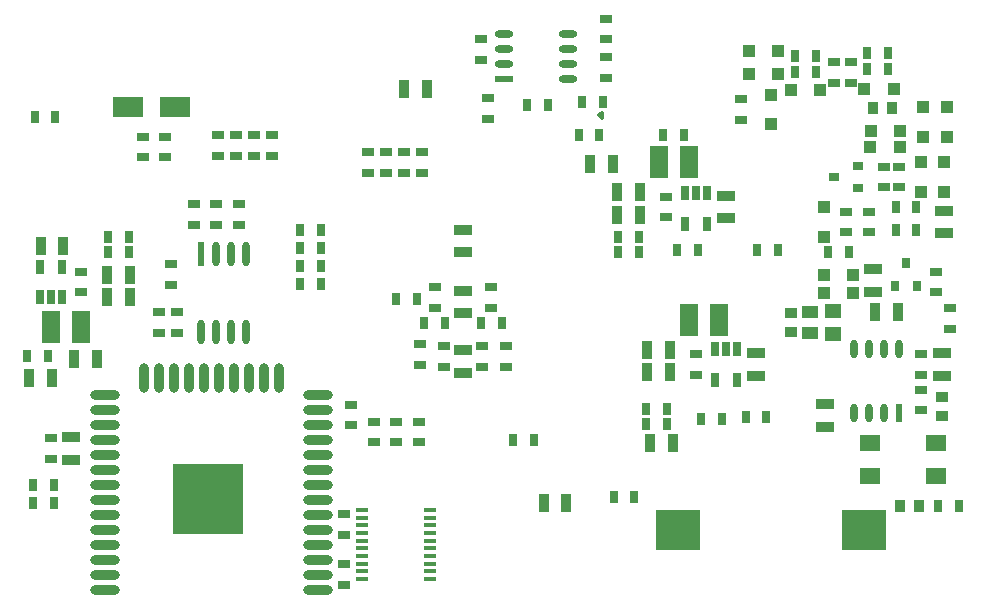
<source format=gbp>
G04 #@! TF.GenerationSoftware,KiCad,Pcbnew,5.0.0-rc2+dfsg1-3*
G04 #@! TF.CreationDate,2018-07-06T14:38:03+02:00*
G04 #@! TF.ProjectId,ulx3s,756C7833732E6B696361645F70636200,rev?*
G04 #@! TF.SameCoordinates,Original*
G04 #@! TF.FileFunction,Paste,Bot*
G04 #@! TF.FilePolarity,Positive*
%FSLAX46Y46*%
G04 Gerber Fmt 4.6, Leading zero omitted, Abs format (unit mm)*
G04 Created by KiCad (PCBNEW 5.0.0-rc2+dfsg1-3) date Fri Jul  6 14:38:03 2018*
%MOMM*%
%LPD*%
G01*
G04 APERTURE LIST*
%ADD10C,0.350000*%
%ADD11R,3.700000X3.500000*%
%ADD12R,1.550000X0.600000*%
%ADD13O,1.550000X0.600000*%
%ADD14R,0.600000X2.100000*%
%ADD15O,0.600000X2.100000*%
%ADD16R,0.600000X1.550000*%
%ADD17O,0.600000X1.550000*%
%ADD18R,1.000000X0.400000*%
%ADD19R,0.700000X1.200000*%
%ADD20O,2.500000X0.900000*%
%ADD21O,0.900000X2.500000*%
%ADD22R,6.000000X6.000000*%
%ADD23R,1.800000X1.400000*%
%ADD24R,0.970000X1.500000*%
%ADD25R,0.670000X1.000000*%
%ADD26R,1.500000X0.970000*%
%ADD27R,1.000000X0.670000*%
%ADD28R,1.000000X1.000000*%
%ADD29R,1.500000X2.700000*%
%ADD30R,2.500000X1.800000*%
%ADD31R,0.800000X0.900000*%
%ADD32R,0.900000X0.800000*%
%ADD33R,0.820000X1.000000*%
%ADD34R,1.000000X0.820000*%
%ADD35R,1.400000X1.120000*%
%ADD36R,1.400000X1.295000*%
G04 APERTURE END LIST*
D10*
G04 #@! TO.C,GPDI1*
X150296000Y-71062000D02*
X150046000Y-70812000D01*
X150046000Y-70812000D02*
X150296000Y-70562000D01*
X150296000Y-70562000D02*
X150296000Y-71062000D01*
G04 #@! TD*
D11*
G04 #@! TO.C,BAT1*
X172485000Y-105870000D03*
X156685000Y-105870000D03*
G04 #@! TD*
D12*
G04 #@! TO.C,U11*
X141980000Y-67706500D03*
D13*
X141980000Y-66436500D03*
X141980000Y-65166500D03*
X141980000Y-63896500D03*
X147380000Y-63896500D03*
X147380000Y-65166500D03*
X147380000Y-66436500D03*
X147380000Y-67706500D03*
G04 #@! TD*
D14*
G04 #@! TO.C,U10*
X116340000Y-82520000D03*
D15*
X117610000Y-82520000D03*
X118880000Y-82520000D03*
X120150000Y-82520000D03*
X120150000Y-89124000D03*
X118880000Y-89124000D03*
X117610000Y-89124000D03*
X116340000Y-89124000D03*
G04 #@! TD*
D16*
G04 #@! TO.C,U7*
X175395000Y-96015000D03*
D17*
X174125000Y-96015000D03*
X172855000Y-96015000D03*
X171585000Y-96015000D03*
X171585000Y-90615000D03*
X172855000Y-90615000D03*
X174125000Y-90615000D03*
X175395000Y-90615000D03*
G04 #@! TD*
D18*
G04 #@! TO.C,U6*
X129935000Y-104215000D03*
X129935000Y-104865000D03*
X129935000Y-105515000D03*
X129935000Y-106165000D03*
X129935000Y-106815000D03*
X129935000Y-107465000D03*
X129935000Y-108115000D03*
X129935000Y-108765000D03*
X129935000Y-109415000D03*
X129935000Y-110065000D03*
X135735000Y-110065000D03*
X135735000Y-109415000D03*
X135735000Y-108765000D03*
X135735000Y-108115000D03*
X135735000Y-107465000D03*
X135735000Y-106815000D03*
X135735000Y-106165000D03*
X135735000Y-105515000D03*
X135735000Y-104865000D03*
X135735000Y-104215000D03*
G04 #@! TD*
D19*
G04 #@! TO.C,U5*
X157285000Y-77392000D03*
X158235000Y-77392000D03*
X159185000Y-77392000D03*
X159185000Y-79992000D03*
X157285000Y-79992000D03*
G04 #@! TD*
G04 #@! TO.C,U3*
X159825000Y-90600000D03*
X160775000Y-90600000D03*
X161725000Y-90600000D03*
X161725000Y-93200000D03*
X159825000Y-93200000D03*
G04 #@! TD*
G04 #@! TO.C,U4*
X104575000Y-86215000D03*
X103625000Y-86215000D03*
X102675000Y-86215000D03*
X102675000Y-83615000D03*
X104575000Y-83615000D03*
G04 #@! TD*
D20*
G04 #@! TO.C,U9*
X126230000Y-111000000D03*
X126230000Y-109730000D03*
X126230000Y-108460000D03*
X126230000Y-107190000D03*
X126230000Y-105920000D03*
X126230000Y-104650000D03*
X126230000Y-103380000D03*
X126230000Y-102110000D03*
X126230000Y-100840000D03*
X126230000Y-99570000D03*
X126230000Y-98300000D03*
X126230000Y-97030000D03*
X126230000Y-95760000D03*
X126230000Y-94490000D03*
D21*
X122945000Y-93000000D03*
X121675000Y-93000000D03*
X120405000Y-93000000D03*
X119135000Y-93000000D03*
X117865000Y-93000000D03*
X116595000Y-93000000D03*
X115325000Y-93000000D03*
X114055000Y-93000000D03*
X112785000Y-93000000D03*
X111515000Y-93000000D03*
D20*
X108230000Y-94490000D03*
X108230000Y-95760000D03*
X108230000Y-97030000D03*
X108230000Y-98300000D03*
X108230000Y-99570000D03*
X108230000Y-100840000D03*
X108230000Y-102110000D03*
X108230000Y-103380000D03*
X108230000Y-104650000D03*
X108230000Y-105920000D03*
X108230000Y-107190000D03*
X108230000Y-108460000D03*
X108230000Y-109730000D03*
X108230000Y-111000000D03*
D22*
X116930000Y-103300000D03*
G04 #@! TD*
D23*
G04 #@! TO.C,Y2*
X178576000Y-98522000D03*
X172976000Y-98522000D03*
X172976000Y-101322000D03*
X178576000Y-101322000D03*
G04 #@! TD*
D24*
G04 #@! TO.C,C47*
X133546000Y-68550000D03*
X135456000Y-68550000D03*
G04 #@! TD*
G04 #@! TO.C,C1*
X102748500Y-81885000D03*
X104658500Y-81885000D03*
G04 #@! TD*
D25*
G04 #@! TO.C,C2*
X153985000Y-96910000D03*
X155735000Y-96910000D03*
G04 #@! TD*
D24*
G04 #@! TO.C,C3*
X156015000Y-90630000D03*
X154105000Y-90630000D03*
G04 #@! TD*
G04 #@! TO.C,C4*
X154105000Y-92535000D03*
X156015000Y-92535000D03*
G04 #@! TD*
D26*
G04 #@! TO.C,C5*
X163315000Y-90945000D03*
X163315000Y-92855000D03*
G04 #@! TD*
D25*
G04 #@! TO.C,C6*
X151645000Y-82375000D03*
X153395000Y-82375000D03*
G04 #@! TD*
D24*
G04 #@! TO.C,C7*
X153475000Y-79200000D03*
X151565000Y-79200000D03*
G04 #@! TD*
G04 #@! TO.C,C8*
X153475000Y-77295000D03*
X151565000Y-77295000D03*
G04 #@! TD*
D26*
G04 #@! TO.C,C9*
X160775000Y-79520000D03*
X160775000Y-77610000D03*
G04 #@! TD*
D25*
G04 #@! TO.C,C10*
X108465000Y-81105000D03*
X110215000Y-81105000D03*
G04 #@! TD*
D24*
G04 #@! TO.C,C11*
X108385000Y-84280000D03*
X110295000Y-84280000D03*
G04 #@! TD*
G04 #@! TO.C,C12*
X110295000Y-86185000D03*
X108385000Y-86185000D03*
G04 #@! TD*
D26*
G04 #@! TO.C,C13*
X173221000Y-83833000D03*
X173221000Y-85743000D03*
G04 #@! TD*
D27*
G04 #@! TO.C,C14*
X175380000Y-76900000D03*
X175380000Y-75150000D03*
G04 #@! TD*
D26*
G04 #@! TO.C,C15*
X105276000Y-99967000D03*
X105276000Y-98057000D03*
G04 #@! TD*
D24*
G04 #@! TO.C,C16*
X173424000Y-87473000D03*
X175334000Y-87473000D03*
G04 #@! TD*
D26*
G04 #@! TO.C,C17*
X138500000Y-90665000D03*
X138500000Y-92575000D03*
G04 #@! TD*
D27*
G04 #@! TO.C,C18*
X150589600Y-64359000D03*
X150589600Y-62609000D03*
G04 #@! TD*
D26*
G04 #@! TO.C,C19*
X138500000Y-82375000D03*
X138500000Y-80465000D03*
G04 #@! TD*
G04 #@! TO.C,C20*
X138500000Y-87575000D03*
X138500000Y-85665000D03*
G04 #@! TD*
D24*
G04 #@! TO.C,C21*
X103706000Y-93061000D03*
X101796000Y-93061000D03*
G04 #@! TD*
G04 #@! TO.C,C22*
X154359000Y-98504000D03*
X156269000Y-98504000D03*
G04 #@! TD*
G04 #@! TO.C,C23*
X105591000Y-91392000D03*
X107501000Y-91392000D03*
G04 #@! TD*
G04 #@! TO.C,C24*
X151189000Y-74882000D03*
X149279000Y-74882000D03*
G04 #@! TD*
D27*
G04 #@! TO.C,C25*
X140900000Y-87095000D03*
X140900000Y-85345000D03*
G04 #@! TD*
G04 #@! TO.C,C26*
X136100000Y-87095000D03*
X136100000Y-85345000D03*
G04 #@! TD*
G04 #@! TO.C,C27*
X136900000Y-92095000D03*
X136900000Y-90345000D03*
G04 #@! TD*
G04 #@! TO.C,C28*
X140100000Y-90345000D03*
X140100000Y-92095000D03*
G04 #@! TD*
G04 #@! TO.C,C29*
X142100000Y-92095000D03*
X142100000Y-90345000D03*
G04 #@! TD*
G04 #@! TO.C,C30*
X134900000Y-90145000D03*
X134900000Y-91895000D03*
G04 #@! TD*
D25*
G04 #@! TO.C,C31*
X135225000Y-88420000D03*
X136975000Y-88420000D03*
G04 #@! TD*
G04 #@! TO.C,C32*
X140025000Y-88420000D03*
X141775000Y-88420000D03*
G04 #@! TD*
G04 #@! TO.C,C33*
X163425000Y-82220000D03*
X165175000Y-82220000D03*
G04 #@! TD*
G04 #@! TO.C,C34*
X158375000Y-82220000D03*
X156625000Y-82220000D03*
G04 #@! TD*
D27*
G04 #@! TO.C,C35*
X177300000Y-94025000D03*
X177300000Y-95775000D03*
G04 #@! TD*
D24*
G04 #@! TO.C,C46*
X145342000Y-103584000D03*
X147252000Y-103584000D03*
G04 #@! TD*
D25*
G04 #@! TO.C,C48*
X103995000Y-70963000D03*
X102245000Y-70963000D03*
G04 #@! TD*
G04 #@! TO.C,C49*
X103372000Y-91156000D03*
X101622000Y-91156000D03*
G04 #@! TD*
D27*
G04 #@! TO.C,C50*
X179713000Y-88856000D03*
X179713000Y-87106000D03*
G04 #@! TD*
D25*
G04 #@! TO.C,C51*
X180473000Y-103856000D03*
X178723000Y-103856000D03*
G04 #@! TD*
G04 #@! TO.C,C52*
X158645000Y-96490000D03*
X160395000Y-96490000D03*
G04 #@! TD*
G04 #@! TO.C,C53*
X132827200Y-86330000D03*
X134577200Y-86330000D03*
G04 #@! TD*
D26*
G04 #@! TO.C,C54*
X169172000Y-95281000D03*
X169172000Y-97191000D03*
G04 #@! TD*
G04 #@! TO.C,D11*
X179190000Y-80790000D03*
X179190000Y-78880000D03*
G04 #@! TD*
D28*
G04 #@! TO.C,D10*
X169050000Y-84280000D03*
X171550000Y-84280000D03*
G04 #@! TD*
G04 #@! TO.C,D12*
X169030000Y-78585000D03*
X169030000Y-81085000D03*
G04 #@! TD*
G04 #@! TO.C,D13*
X171550000Y-85804000D03*
X169050000Y-85804000D03*
G04 #@! TD*
G04 #@! TO.C,D14*
X179190000Y-74775000D03*
X179190000Y-77275000D03*
G04 #@! TD*
G04 #@! TO.C,D15*
X177285000Y-77275000D03*
X177285000Y-74775000D03*
G04 #@! TD*
G04 #@! TO.C,D16*
X172987000Y-73503000D03*
X175487000Y-73503000D03*
G04 #@! TD*
G04 #@! TO.C,D17*
X164585000Y-69060000D03*
X164585000Y-71560000D03*
G04 #@! TD*
G04 #@! TO.C,D20*
X168756000Y-68659000D03*
X166256000Y-68659000D03*
G04 #@! TD*
G04 #@! TO.C,D21*
X174979000Y-68550000D03*
X172479000Y-68550000D03*
G04 #@! TD*
G04 #@! TO.C,D23*
X165200000Y-67262000D03*
X162700000Y-67262000D03*
G04 #@! TD*
G04 #@! TO.C,D24*
X162700000Y-65357000D03*
X165200000Y-65357000D03*
G04 #@! TD*
G04 #@! TO.C,D25*
X177412000Y-72594000D03*
X177412000Y-70094000D03*
G04 #@! TD*
G04 #@! TO.C,D26*
X179444000Y-70094000D03*
X179444000Y-72594000D03*
G04 #@! TD*
D27*
G04 #@! TO.C,R49*
X113277000Y-74360000D03*
X113277000Y-72610000D03*
G04 #@! TD*
G04 #@! TO.C,R50*
X111372000Y-72610000D03*
X111372000Y-74360000D03*
G04 #@! TD*
D25*
G04 #@! TO.C,R51*
X155455000Y-72487000D03*
X157205000Y-72487000D03*
G04 #@! TD*
D27*
G04 #@! TO.C,R52*
X171331000Y-66278000D03*
X171331000Y-68028000D03*
G04 #@! TD*
G04 #@! TO.C,R53*
X169919000Y-68028000D03*
X169919000Y-66278000D03*
G04 #@! TD*
D25*
G04 #@! TO.C,R54*
X174477000Y-65502000D03*
X172727000Y-65502000D03*
G04 #@! TD*
D27*
G04 #@! TO.C,R56*
X128390000Y-106321000D03*
X128390000Y-104571000D03*
G04 #@! TD*
G04 #@! TO.C,R57*
X117722000Y-72483000D03*
X117722000Y-74233000D03*
G04 #@! TD*
G04 #@! TO.C,R58*
X119246000Y-74233000D03*
X119246000Y-72483000D03*
G04 #@! TD*
G04 #@! TO.C,R59*
X120770000Y-72483000D03*
X120770000Y-74233000D03*
G04 #@! TD*
G04 #@! TO.C,R60*
X122294000Y-74233000D03*
X122294000Y-72483000D03*
G04 #@! TD*
D25*
G04 #@! TO.C,R61*
X145655000Y-69900000D03*
X143905000Y-69900000D03*
G04 #@! TD*
G04 #@! TO.C,R40*
X166631000Y-65738000D03*
X168381000Y-65738000D03*
G04 #@! TD*
D27*
G04 #@! TO.C,R55*
X134740000Y-96740000D03*
X134740000Y-98490000D03*
G04 #@! TD*
D26*
G04 #@! TO.C,C55*
X179078000Y-90963000D03*
X179078000Y-92873000D03*
G04 #@! TD*
D27*
G04 #@! TO.C,R65*
X177300000Y-92793000D03*
X177300000Y-91043000D03*
G04 #@! TD*
D29*
G04 #@! TO.C,L1*
X160140000Y-88090000D03*
X157600000Y-88090000D03*
G04 #@! TD*
G04 #@! TO.C,L2*
X103625000Y-88725000D03*
X106165000Y-88725000D03*
G04 #@! TD*
G04 #@! TO.C,L3*
X155060000Y-74755000D03*
X157600000Y-74755000D03*
G04 #@! TD*
D25*
G04 #@! TO.C,R1*
X171175000Y-82375000D03*
X169425000Y-82375000D03*
G04 #@! TD*
D27*
G04 #@! TO.C,R2*
X172840000Y-78960000D03*
X172840000Y-80710000D03*
G04 #@! TD*
G04 #@! TO.C,R3*
X162045000Y-71185000D03*
X162045000Y-69435000D03*
G04 #@! TD*
D25*
G04 #@! TO.C,R4*
X176890000Y-80470000D03*
X175140000Y-80470000D03*
G04 #@! TD*
D27*
G04 #@! TO.C,R5*
X174110000Y-75150000D03*
X174110000Y-76900000D03*
G04 #@! TD*
G04 #@! TO.C,R6*
X178555000Y-85790000D03*
X178555000Y-84040000D03*
G04 #@! TD*
G04 #@! TO.C,R7*
X113785000Y-85155000D03*
X113785000Y-83405000D03*
G04 #@! TD*
G04 #@! TO.C,R8*
X170935000Y-80710000D03*
X170935000Y-78960000D03*
G04 #@! TD*
G04 #@! TO.C,R9*
X128390000Y-110555000D03*
X128390000Y-108805000D03*
G04 #@! TD*
D25*
G04 #@! TO.C,R10*
X151264000Y-103076000D03*
X153014000Y-103076000D03*
G04 #@! TD*
D27*
G04 #@! TO.C,R11*
X119515000Y-80093000D03*
X119515000Y-78343000D03*
G04 #@! TD*
G04 #@! TO.C,R12*
X114308000Y-89219000D03*
X114308000Y-87469000D03*
G04 #@! TD*
D25*
G04 #@! TO.C,R13*
X175140000Y-78565000D03*
X176890000Y-78565000D03*
G04 #@! TD*
G04 #@! TO.C,R14*
X124721000Y-85060000D03*
X126471000Y-85060000D03*
G04 #@! TD*
G04 #@! TO.C,R15*
X126471000Y-83536000D03*
X124721000Y-83536000D03*
G04 #@! TD*
G04 #@! TO.C,R16*
X124721000Y-82012000D03*
X126471000Y-82012000D03*
G04 #@! TD*
G04 #@! TO.C,R17*
X126471000Y-80470000D03*
X124721000Y-80470000D03*
G04 #@! TD*
D27*
G04 #@! TO.C,R18*
X130422000Y-73898000D03*
X130422000Y-75648000D03*
G04 #@! TD*
G04 #@! TO.C,R19*
X131961000Y-73898000D03*
X131961000Y-75648000D03*
G04 #@! TD*
G04 #@! TO.C,R20*
X133485000Y-73898000D03*
X133485000Y-75648000D03*
G04 #@! TD*
G04 #@! TO.C,R21*
X135009000Y-75648000D03*
X135009000Y-73898000D03*
G04 #@! TD*
G04 #@! TO.C,R22*
X140025500Y-66105000D03*
X140025500Y-64355000D03*
G04 #@! TD*
G04 #@! TO.C,R23*
X140597000Y-71076000D03*
X140597000Y-69326000D03*
G04 #@! TD*
G04 #@! TO.C,R24*
X150615000Y-67647000D03*
X150615000Y-65897000D03*
G04 #@! TD*
D25*
G04 #@! TO.C,R25*
X148300000Y-72487000D03*
X150050000Y-72487000D03*
G04 #@! TD*
G04 #@! TO.C,R26*
X150362000Y-69693000D03*
X148612000Y-69693000D03*
G04 #@! TD*
D27*
G04 #@! TO.C,R27*
X129025000Y-95300000D03*
X129025000Y-97050000D03*
G04 #@! TD*
G04 #@! TO.C,R28*
X117595000Y-78343000D03*
X117595000Y-80093000D03*
G04 #@! TD*
G04 #@! TO.C,R29*
X112784000Y-89219000D03*
X112784000Y-87469000D03*
G04 #@! TD*
G04 #@! TO.C,R30*
X115690000Y-78343000D03*
X115690000Y-80093000D03*
G04 #@! TD*
D25*
G04 #@! TO.C,R31*
X142755000Y-98250000D03*
X144505000Y-98250000D03*
G04 #@! TD*
D27*
G04 #@! TO.C,R32*
X132835000Y-98490000D03*
X132835000Y-96740000D03*
G04 #@! TD*
G04 #@! TO.C,R33*
X130930000Y-96740000D03*
X130930000Y-98490000D03*
G04 #@! TD*
D25*
G04 #@! TO.C,R34*
X102115000Y-103600000D03*
X103865000Y-103600000D03*
G04 #@! TD*
G04 #@! TO.C,R35*
X102115000Y-102060000D03*
X103865000Y-102060000D03*
G04 #@! TD*
D27*
G04 #@! TO.C,R38*
X103576500Y-99905000D03*
X103576500Y-98155000D03*
G04 #@! TD*
D25*
G04 #@! TO.C,R39*
X164190000Y-96345000D03*
X162440000Y-96345000D03*
G04 #@! TD*
G04 #@! TO.C,R63*
X168381000Y-67135000D03*
X166631000Y-67135000D03*
G04 #@! TD*
G04 #@! TO.C,R64*
X174475000Y-66899000D03*
X172725000Y-66899000D03*
G04 #@! TD*
G04 #@! TO.C,RA1*
X153985000Y-95640000D03*
X155735000Y-95640000D03*
G04 #@! TD*
G04 #@! TO.C,RA2*
X110215000Y-82375000D03*
X108465000Y-82375000D03*
G04 #@! TD*
G04 #@! TO.C,RA3*
X151645000Y-81105000D03*
X153395000Y-81105000D03*
G04 #@! TD*
D27*
G04 #@! TO.C,RB1*
X158235000Y-92775000D03*
X158235000Y-91025000D03*
G04 #@! TD*
G04 #@! TO.C,RB2*
X106165000Y-85790000D03*
X106165000Y-84040000D03*
G04 #@! TD*
G04 #@! TO.C,RB3*
X155695000Y-79440000D03*
X155695000Y-77690000D03*
G04 #@! TD*
D30*
G04 #@! TO.C,D8*
X110149000Y-70074000D03*
X114149000Y-70074000D03*
G04 #@! TD*
D31*
G04 #@! TO.C,Q1*
X176015000Y-83280000D03*
X175065000Y-85280000D03*
X176965000Y-85280000D03*
G04 #@! TD*
D32*
G04 #@! TO.C,Q2*
X171935000Y-75075000D03*
X171935000Y-76975000D03*
X169935000Y-76025000D03*
G04 #@! TD*
D28*
G04 #@! TO.C,D27*
X175502000Y-72106000D03*
X173002000Y-72106000D03*
G04 #@! TD*
D33*
G04 #@! TO.C,R66*
X173198000Y-70201000D03*
X174798000Y-70201000D03*
G04 #@! TD*
D34*
G04 #@! TO.C,C56*
X179078000Y-96274000D03*
X179078000Y-94674000D03*
G04 #@! TD*
D33*
G04 #@! TO.C,C57*
X177084000Y-103856000D03*
X175484000Y-103856000D03*
G04 #@! TD*
D35*
G04 #@! TO.C,C58*
X167902000Y-89242000D03*
X167902000Y-87482000D03*
G04 #@! TD*
D34*
G04 #@! TO.C,C59*
X166251000Y-89162000D03*
X166251000Y-87562000D03*
G04 #@! TD*
D36*
G04 #@! TO.C,L4*
X169807000Y-87394500D03*
X169807000Y-89329500D03*
G04 #@! TD*
M02*

</source>
